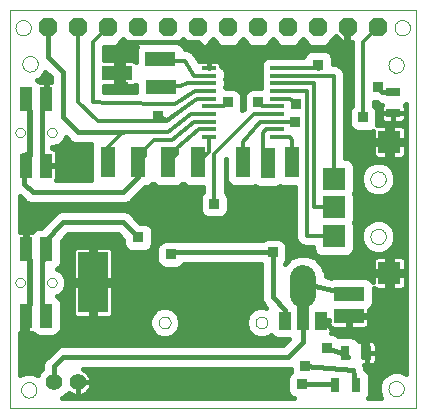
<source format=gbl>
G75*
G70*
%OFA0B0*%
%FSLAX24Y24*%
%IPPOS*%
%LPD*%
%AMOC8*
5,1,8,0,0,1.08239X$1,22.5*
%
%ADD10C,0.0000*%
%ADD11OC8,0.0630*%
%ADD12R,0.0315X0.0472*%
%ADD13R,0.0472X0.0118*%
%ADD14R,0.1000X0.0500*%
%ADD15R,0.0748X0.0748*%
%ADD16R,0.0500X0.1000*%
%ADD17R,0.1000X0.2000*%
%ADD18R,0.0394X0.0787*%
%ADD19C,0.0100*%
%ADD20R,0.0394X0.0591*%
%ADD21C,0.0866*%
%ADD22R,0.0472X0.0315*%
%ADD23C,0.0560*%
%ADD24R,0.0317X0.0317*%
%ADD25C,0.0160*%
%ADD26C,0.0120*%
%ADD27R,0.0356X0.0356*%
D10*
X000174Y000263D02*
X000174Y013537D01*
X013690Y013537D01*
X013690Y000263D01*
X000174Y000263D01*
X000540Y000869D02*
X000542Y000900D01*
X000548Y000931D01*
X000557Y000961D01*
X000570Y000990D01*
X000587Y001017D01*
X000607Y001041D01*
X000629Y001063D01*
X000655Y001082D01*
X000682Y001098D01*
X000711Y001110D01*
X000741Y001119D01*
X000772Y001124D01*
X000804Y001125D01*
X000835Y001122D01*
X000866Y001115D01*
X000896Y001105D01*
X000924Y001091D01*
X000950Y001073D01*
X000974Y001053D01*
X000995Y001029D01*
X001014Y001004D01*
X001029Y000976D01*
X001040Y000947D01*
X001048Y000916D01*
X001052Y000885D01*
X001052Y000853D01*
X001048Y000822D01*
X001040Y000791D01*
X001029Y000762D01*
X001014Y000734D01*
X000995Y000709D01*
X000974Y000685D01*
X000950Y000665D01*
X000924Y000647D01*
X000896Y000633D01*
X000866Y000623D01*
X000835Y000616D01*
X000804Y000613D01*
X000772Y000614D01*
X000741Y000619D01*
X000711Y000628D01*
X000682Y000640D01*
X000655Y000656D01*
X000629Y000675D01*
X000607Y000697D01*
X000587Y000721D01*
X000570Y000748D01*
X000557Y000777D01*
X000548Y000807D01*
X000542Y000838D01*
X000540Y000869D01*
X000348Y004448D02*
X000350Y004473D01*
X000356Y004497D01*
X000365Y004519D01*
X000378Y004540D01*
X000394Y004559D01*
X000413Y004575D01*
X000434Y004588D01*
X000456Y004597D01*
X000480Y004603D01*
X000505Y004605D01*
X000530Y004603D01*
X000554Y004597D01*
X000576Y004588D01*
X000597Y004575D01*
X000616Y004559D01*
X000632Y004540D01*
X000645Y004519D01*
X000654Y004497D01*
X000660Y004473D01*
X000662Y004448D01*
X000660Y004423D01*
X000654Y004399D01*
X000645Y004377D01*
X000632Y004356D01*
X000616Y004337D01*
X000597Y004321D01*
X000576Y004308D01*
X000554Y004299D01*
X000530Y004293D01*
X000505Y004291D01*
X000480Y004293D01*
X000456Y004299D01*
X000434Y004308D01*
X000413Y004321D01*
X000394Y004337D01*
X000378Y004356D01*
X000365Y004377D01*
X000356Y004399D01*
X000350Y004423D01*
X000348Y004448D01*
X001411Y004448D02*
X001413Y004473D01*
X001419Y004497D01*
X001428Y004519D01*
X001441Y004540D01*
X001457Y004559D01*
X001476Y004575D01*
X001497Y004588D01*
X001519Y004597D01*
X001543Y004603D01*
X001568Y004605D01*
X001593Y004603D01*
X001617Y004597D01*
X001639Y004588D01*
X001660Y004575D01*
X001679Y004559D01*
X001695Y004540D01*
X001708Y004519D01*
X001717Y004497D01*
X001723Y004473D01*
X001725Y004448D01*
X001723Y004423D01*
X001717Y004399D01*
X001708Y004377D01*
X001695Y004356D01*
X001679Y004337D01*
X001660Y004321D01*
X001639Y004308D01*
X001617Y004299D01*
X001593Y004293D01*
X001568Y004291D01*
X001543Y004293D01*
X001519Y004299D01*
X001497Y004308D01*
X001476Y004321D01*
X001457Y004337D01*
X001441Y004356D01*
X001428Y004377D01*
X001419Y004399D01*
X001413Y004423D01*
X001411Y004448D01*
X005127Y003113D02*
X005129Y003140D01*
X005135Y003167D01*
X005144Y003193D01*
X005157Y003217D01*
X005173Y003240D01*
X005192Y003259D01*
X005214Y003276D01*
X005238Y003290D01*
X005263Y003300D01*
X005290Y003307D01*
X005317Y003310D01*
X005345Y003309D01*
X005372Y003304D01*
X005398Y003296D01*
X005422Y003284D01*
X005445Y003268D01*
X005466Y003250D01*
X005483Y003229D01*
X005498Y003205D01*
X005509Y003180D01*
X005517Y003154D01*
X005521Y003127D01*
X005521Y003099D01*
X005517Y003072D01*
X005509Y003046D01*
X005498Y003021D01*
X005483Y002997D01*
X005466Y002976D01*
X005445Y002958D01*
X005423Y002942D01*
X005398Y002930D01*
X005372Y002922D01*
X005345Y002917D01*
X005317Y002916D01*
X005290Y002919D01*
X005263Y002926D01*
X005238Y002936D01*
X005214Y002950D01*
X005192Y002967D01*
X005173Y002986D01*
X005157Y003009D01*
X005144Y003033D01*
X005135Y003059D01*
X005129Y003086D01*
X005127Y003113D01*
X008355Y003113D02*
X008357Y003140D01*
X008363Y003167D01*
X008372Y003193D01*
X008385Y003217D01*
X008401Y003240D01*
X008420Y003259D01*
X008442Y003276D01*
X008466Y003290D01*
X008491Y003300D01*
X008518Y003307D01*
X008545Y003310D01*
X008573Y003309D01*
X008600Y003304D01*
X008626Y003296D01*
X008650Y003284D01*
X008673Y003268D01*
X008694Y003250D01*
X008711Y003229D01*
X008726Y003205D01*
X008737Y003180D01*
X008745Y003154D01*
X008749Y003127D01*
X008749Y003099D01*
X008745Y003072D01*
X008737Y003046D01*
X008726Y003021D01*
X008711Y002997D01*
X008694Y002976D01*
X008673Y002958D01*
X008651Y002942D01*
X008626Y002930D01*
X008600Y002922D01*
X008573Y002917D01*
X008545Y002916D01*
X008518Y002919D01*
X008491Y002926D01*
X008466Y002936D01*
X008442Y002950D01*
X008420Y002967D01*
X008401Y002986D01*
X008385Y003009D01*
X008372Y003033D01*
X008363Y003059D01*
X008357Y003086D01*
X008355Y003113D01*
X012182Y005983D02*
X012184Y006014D01*
X012190Y006045D01*
X012199Y006075D01*
X012212Y006104D01*
X012229Y006131D01*
X012249Y006155D01*
X012271Y006177D01*
X012297Y006196D01*
X012324Y006212D01*
X012353Y006224D01*
X012383Y006233D01*
X012414Y006238D01*
X012446Y006239D01*
X012477Y006236D01*
X012508Y006229D01*
X012538Y006219D01*
X012566Y006205D01*
X012592Y006187D01*
X012616Y006167D01*
X012637Y006143D01*
X012656Y006118D01*
X012671Y006090D01*
X012682Y006061D01*
X012690Y006030D01*
X012694Y005999D01*
X012694Y005967D01*
X012690Y005936D01*
X012682Y005905D01*
X012671Y005876D01*
X012656Y005848D01*
X012637Y005823D01*
X012616Y005799D01*
X012592Y005779D01*
X012566Y005761D01*
X012538Y005747D01*
X012508Y005737D01*
X012477Y005730D01*
X012446Y005727D01*
X012414Y005728D01*
X012383Y005733D01*
X012353Y005742D01*
X012324Y005754D01*
X012297Y005770D01*
X012271Y005789D01*
X012249Y005811D01*
X012229Y005835D01*
X012212Y005862D01*
X012199Y005891D01*
X012190Y005921D01*
X012184Y005952D01*
X012182Y005983D01*
X012182Y007893D02*
X012184Y007924D01*
X012190Y007955D01*
X012199Y007985D01*
X012212Y008014D01*
X012229Y008041D01*
X012249Y008065D01*
X012271Y008087D01*
X012297Y008106D01*
X012324Y008122D01*
X012353Y008134D01*
X012383Y008143D01*
X012414Y008148D01*
X012446Y008149D01*
X012477Y008146D01*
X012508Y008139D01*
X012538Y008129D01*
X012566Y008115D01*
X012592Y008097D01*
X012616Y008077D01*
X012637Y008053D01*
X012656Y008028D01*
X012671Y008000D01*
X012682Y007971D01*
X012690Y007940D01*
X012694Y007909D01*
X012694Y007877D01*
X012690Y007846D01*
X012682Y007815D01*
X012671Y007786D01*
X012656Y007758D01*
X012637Y007733D01*
X012616Y007709D01*
X012592Y007689D01*
X012566Y007671D01*
X012538Y007657D01*
X012508Y007647D01*
X012477Y007640D01*
X012446Y007637D01*
X012414Y007638D01*
X012383Y007643D01*
X012353Y007652D01*
X012324Y007664D01*
X012297Y007680D01*
X012271Y007699D01*
X012249Y007721D01*
X012229Y007745D01*
X012212Y007772D01*
X012199Y007801D01*
X012190Y007831D01*
X012184Y007862D01*
X012182Y007893D01*
X012784Y011696D02*
X012786Y011727D01*
X012792Y011758D01*
X012801Y011788D01*
X012814Y011817D01*
X012831Y011844D01*
X012851Y011868D01*
X012873Y011890D01*
X012899Y011909D01*
X012926Y011925D01*
X012955Y011937D01*
X012985Y011946D01*
X013016Y011951D01*
X013048Y011952D01*
X013079Y011949D01*
X013110Y011942D01*
X013140Y011932D01*
X013168Y011918D01*
X013194Y011900D01*
X013218Y011880D01*
X013239Y011856D01*
X013258Y011831D01*
X013273Y011803D01*
X013284Y011774D01*
X013292Y011743D01*
X013296Y011712D01*
X013296Y011680D01*
X013292Y011649D01*
X013284Y011618D01*
X013273Y011589D01*
X013258Y011561D01*
X013239Y011536D01*
X013218Y011512D01*
X013194Y011492D01*
X013168Y011474D01*
X013140Y011460D01*
X013110Y011450D01*
X013079Y011443D01*
X013048Y011440D01*
X013016Y011441D01*
X012985Y011446D01*
X012955Y011455D01*
X012926Y011467D01*
X012899Y011483D01*
X012873Y011502D01*
X012851Y011524D01*
X012831Y011548D01*
X012814Y011575D01*
X012801Y011604D01*
X012792Y011634D01*
X012786Y011665D01*
X012784Y011696D01*
X012989Y012940D02*
X012991Y012971D01*
X012997Y013002D01*
X013006Y013032D01*
X013019Y013061D01*
X013036Y013088D01*
X013056Y013112D01*
X013078Y013134D01*
X013104Y013153D01*
X013131Y013169D01*
X013160Y013181D01*
X013190Y013190D01*
X013221Y013195D01*
X013253Y013196D01*
X013284Y013193D01*
X013315Y013186D01*
X013345Y013176D01*
X013373Y013162D01*
X013399Y013144D01*
X013423Y013124D01*
X013444Y013100D01*
X013463Y013075D01*
X013478Y013047D01*
X013489Y013018D01*
X013497Y012987D01*
X013501Y012956D01*
X013501Y012924D01*
X013497Y012893D01*
X013489Y012862D01*
X013478Y012833D01*
X013463Y012805D01*
X013444Y012780D01*
X013423Y012756D01*
X013399Y012736D01*
X013373Y012718D01*
X013345Y012704D01*
X013315Y012694D01*
X013284Y012687D01*
X013253Y012684D01*
X013221Y012685D01*
X013190Y012690D01*
X013160Y012699D01*
X013131Y012711D01*
X013104Y012727D01*
X013078Y012746D01*
X013056Y012768D01*
X013036Y012792D01*
X013019Y012819D01*
X013006Y012848D01*
X012997Y012878D01*
X012991Y012909D01*
X012989Y012940D01*
X001411Y009448D02*
X001413Y009473D01*
X001419Y009497D01*
X001428Y009519D01*
X001441Y009540D01*
X001457Y009559D01*
X001476Y009575D01*
X001497Y009588D01*
X001519Y009597D01*
X001543Y009603D01*
X001568Y009605D01*
X001593Y009603D01*
X001617Y009597D01*
X001639Y009588D01*
X001660Y009575D01*
X001679Y009559D01*
X001695Y009540D01*
X001708Y009519D01*
X001717Y009497D01*
X001723Y009473D01*
X001725Y009448D01*
X001723Y009423D01*
X001717Y009399D01*
X001708Y009377D01*
X001695Y009356D01*
X001679Y009337D01*
X001660Y009321D01*
X001639Y009308D01*
X001617Y009299D01*
X001593Y009293D01*
X001568Y009291D01*
X001543Y009293D01*
X001519Y009299D01*
X001497Y009308D01*
X001476Y009321D01*
X001457Y009337D01*
X001441Y009356D01*
X001428Y009377D01*
X001419Y009399D01*
X001413Y009423D01*
X001411Y009448D01*
X000348Y009448D02*
X000350Y009473D01*
X000356Y009497D01*
X000365Y009519D01*
X000378Y009540D01*
X000394Y009559D01*
X000413Y009575D01*
X000434Y009588D01*
X000456Y009597D01*
X000480Y009603D01*
X000505Y009605D01*
X000530Y009603D01*
X000554Y009597D01*
X000576Y009588D01*
X000597Y009575D01*
X000616Y009559D01*
X000632Y009540D01*
X000645Y009519D01*
X000654Y009497D01*
X000660Y009473D01*
X000662Y009448D01*
X000660Y009423D01*
X000654Y009399D01*
X000645Y009377D01*
X000632Y009356D01*
X000616Y009337D01*
X000597Y009321D01*
X000576Y009308D01*
X000554Y009299D01*
X000530Y009293D01*
X000505Y009291D01*
X000480Y009293D01*
X000456Y009299D01*
X000434Y009308D01*
X000413Y009321D01*
X000394Y009337D01*
X000378Y009356D01*
X000365Y009377D01*
X000356Y009399D01*
X000350Y009423D01*
X000348Y009448D01*
X000580Y011735D02*
X000582Y011766D01*
X000588Y011797D01*
X000597Y011827D01*
X000610Y011856D01*
X000627Y011883D01*
X000647Y011907D01*
X000669Y011929D01*
X000695Y011948D01*
X000722Y011964D01*
X000751Y011976D01*
X000781Y011985D01*
X000812Y011990D01*
X000844Y011991D01*
X000875Y011988D01*
X000906Y011981D01*
X000936Y011971D01*
X000964Y011957D01*
X000990Y011939D01*
X001014Y011919D01*
X001035Y011895D01*
X001054Y011870D01*
X001069Y011842D01*
X001080Y011813D01*
X001088Y011782D01*
X001092Y011751D01*
X001092Y011719D01*
X001088Y011688D01*
X001080Y011657D01*
X001069Y011628D01*
X001054Y011600D01*
X001035Y011575D01*
X001014Y011551D01*
X000990Y011531D01*
X000964Y011513D01*
X000936Y011499D01*
X000906Y011489D01*
X000875Y011482D01*
X000844Y011479D01*
X000812Y011480D01*
X000781Y011485D01*
X000751Y011494D01*
X000722Y011506D01*
X000695Y011522D01*
X000669Y011541D01*
X000647Y011563D01*
X000627Y011587D01*
X000610Y011614D01*
X000597Y011643D01*
X000588Y011673D01*
X000582Y011704D01*
X000580Y011735D01*
X000351Y012940D02*
X000353Y012971D01*
X000359Y013002D01*
X000368Y013032D01*
X000381Y013061D01*
X000398Y013088D01*
X000418Y013112D01*
X000440Y013134D01*
X000466Y013153D01*
X000493Y013169D01*
X000522Y013181D01*
X000552Y013190D01*
X000583Y013195D01*
X000615Y013196D01*
X000646Y013193D01*
X000677Y013186D01*
X000707Y013176D01*
X000735Y013162D01*
X000761Y013144D01*
X000785Y013124D01*
X000806Y013100D01*
X000825Y013075D01*
X000840Y013047D01*
X000851Y013018D01*
X000859Y012987D01*
X000863Y012956D01*
X000863Y012924D01*
X000859Y012893D01*
X000851Y012862D01*
X000840Y012833D01*
X000825Y012805D01*
X000806Y012780D01*
X000785Y012756D01*
X000761Y012736D01*
X000735Y012718D01*
X000707Y012704D01*
X000677Y012694D01*
X000646Y012687D01*
X000615Y012684D01*
X000583Y012685D01*
X000552Y012690D01*
X000522Y012699D01*
X000493Y012711D01*
X000466Y012727D01*
X000440Y012746D01*
X000418Y012768D01*
X000398Y012792D01*
X000381Y012819D01*
X000368Y012848D01*
X000359Y012878D01*
X000353Y012909D01*
X000351Y012940D01*
X012784Y000909D02*
X012786Y000940D01*
X012792Y000971D01*
X012801Y001001D01*
X012814Y001030D01*
X012831Y001057D01*
X012851Y001081D01*
X012873Y001103D01*
X012899Y001122D01*
X012926Y001138D01*
X012955Y001150D01*
X012985Y001159D01*
X013016Y001164D01*
X013048Y001165D01*
X013079Y001162D01*
X013110Y001155D01*
X013140Y001145D01*
X013168Y001131D01*
X013194Y001113D01*
X013218Y001093D01*
X013239Y001069D01*
X013258Y001044D01*
X013273Y001016D01*
X013284Y000987D01*
X013292Y000956D01*
X013296Y000925D01*
X013296Y000893D01*
X013292Y000862D01*
X013284Y000831D01*
X013273Y000802D01*
X013258Y000774D01*
X013239Y000749D01*
X013218Y000725D01*
X013194Y000705D01*
X013168Y000687D01*
X013140Y000673D01*
X013110Y000663D01*
X013079Y000656D01*
X013048Y000653D01*
X013016Y000654D01*
X012985Y000659D01*
X012955Y000668D01*
X012926Y000680D01*
X012899Y000696D01*
X012873Y000715D01*
X012851Y000737D01*
X012831Y000761D01*
X012814Y000788D01*
X012801Y000817D01*
X012792Y000847D01*
X012786Y000878D01*
X012784Y000909D01*
D11*
X012438Y012948D03*
X011438Y012948D03*
X010438Y012948D03*
X009438Y012948D03*
X008438Y012948D03*
X007438Y012948D03*
X006438Y012948D03*
X005438Y012948D03*
X004438Y012948D03*
X003438Y012948D03*
X002438Y012948D03*
X001438Y012948D03*
D12*
X011351Y002106D03*
X012060Y002106D03*
X011700Y001027D03*
X010991Y001027D03*
D13*
X009080Y009296D03*
X009080Y009552D03*
X009080Y009808D03*
X009080Y010064D03*
X009080Y010320D03*
X009080Y010576D03*
X009080Y010832D03*
X009080Y011088D03*
X009080Y011344D03*
X009080Y011600D03*
X006796Y011600D03*
X006796Y011344D03*
X006796Y011088D03*
X006796Y010832D03*
X006796Y010576D03*
X006796Y010320D03*
X006796Y010064D03*
X006796Y009808D03*
X006796Y009552D03*
X006796Y009296D03*
D14*
X005186Y010956D03*
X005182Y011889D03*
X003741Y011420D03*
X011477Y004054D03*
X011470Y003334D03*
D15*
X012812Y004763D03*
X010962Y005983D03*
X010962Y006948D03*
X010962Y007913D03*
X012812Y009133D03*
D16*
X009556Y008448D03*
X008769Y008432D03*
X007938Y008448D03*
X006438Y008448D03*
X005438Y008448D03*
X004438Y008448D03*
X003438Y008448D03*
D17*
X002938Y004448D03*
D18*
X001371Y003346D03*
X000702Y003346D03*
X000702Y005550D03*
X001371Y005550D03*
X001371Y008346D03*
X000702Y008346D03*
X000702Y010550D03*
X001371Y010550D03*
X009938Y003268D03*
D19*
X001214Y003700D02*
X001214Y005235D01*
X000859Y005235D02*
X000859Y003700D01*
X000859Y008661D02*
X000859Y010196D01*
X001214Y010196D02*
X001214Y008661D01*
D20*
X009348Y003168D03*
X010528Y003168D03*
D21*
X009938Y004023D02*
X009938Y004613D01*
D22*
X012938Y010094D03*
X012938Y010802D03*
D23*
X002430Y001125D03*
X001643Y001125D03*
D24*
X002162Y002487D03*
X005529Y005381D03*
X006977Y007070D03*
X008938Y005448D03*
X007438Y003448D03*
X006662Y000987D03*
X009887Y001050D03*
X010017Y001680D03*
X010725Y002271D03*
X013044Y001869D03*
X012938Y006948D03*
X011938Y009948D03*
X009702Y010381D03*
X009662Y009791D03*
X008438Y010448D03*
X007438Y010448D03*
X005096Y009987D03*
X003938Y010948D03*
X002662Y008487D03*
X000922Y006672D03*
D25*
X001698Y006948D01*
X001711Y006787D02*
X001599Y006675D01*
X001188Y006264D01*
X001111Y006264D01*
X000993Y006215D01*
X000903Y006125D01*
X000902Y006124D01*
X000720Y006124D01*
X000720Y005578D01*
X000697Y005569D01*
X000683Y005569D01*
X000683Y006124D01*
X000494Y006124D01*
X000494Y007330D01*
X000603Y007221D01*
X000715Y007109D01*
X000862Y007048D01*
X004018Y007048D01*
X004165Y007109D01*
X004277Y007221D01*
X004684Y007628D01*
X004752Y007628D01*
X004869Y007677D01*
X004938Y007745D01*
X005007Y007677D01*
X005124Y007628D01*
X005752Y007628D01*
X005869Y007677D01*
X005938Y007745D01*
X006007Y007677D01*
X006124Y007628D01*
X006597Y007628D01*
X006597Y007459D01*
X006548Y007410D01*
X006499Y007292D01*
X006499Y006848D01*
X006548Y006730D01*
X006638Y006640D01*
X006755Y006592D01*
X007200Y006592D01*
X007317Y006640D01*
X007407Y006730D01*
X007456Y006848D01*
X007456Y007292D01*
X007407Y007410D01*
X007357Y007459D01*
X007357Y008566D01*
X007368Y008577D01*
X007368Y007884D01*
X007417Y007767D01*
X007507Y007677D01*
X007624Y007628D01*
X008252Y007628D01*
X008336Y007663D01*
X008338Y007661D01*
X008455Y007612D01*
X009082Y007612D01*
X009181Y007653D01*
X009243Y007628D01*
X009676Y007628D01*
X009676Y005935D01*
X009734Y005796D01*
X009841Y005689D01*
X009981Y005631D01*
X010268Y005631D01*
X010268Y005546D01*
X010316Y005428D01*
X010406Y005338D01*
X010524Y005289D01*
X011399Y005289D01*
X011517Y005338D01*
X011607Y005428D01*
X011656Y005546D01*
X011656Y006421D01*
X011637Y006466D01*
X011656Y006510D01*
X011656Y007386D01*
X011637Y007430D01*
X011656Y007475D01*
X011656Y008350D01*
X011607Y008468D01*
X011517Y008558D01*
X011399Y008607D01*
X011342Y008607D01*
X011342Y011419D01*
X011284Y011559D01*
X011177Y011666D01*
X011037Y011724D01*
X010936Y011724D01*
X010936Y011954D01*
X010887Y012071D01*
X010797Y012161D01*
X010680Y012210D01*
X010196Y012210D01*
X010079Y012161D01*
X009989Y012071D01*
X009951Y011980D01*
X009004Y011980D01*
X009002Y011979D01*
X008780Y011979D01*
X008662Y011930D01*
X008572Y011840D01*
X008524Y011722D01*
X008524Y011477D01*
X008526Y011472D01*
X008524Y011466D01*
X008524Y011221D01*
X008526Y011216D01*
X008524Y011211D01*
X008524Y010965D01*
X008526Y010960D01*
X008524Y010955D01*
X008524Y010926D01*
X008216Y010926D01*
X008098Y010878D01*
X008008Y010788D01*
X007960Y010670D01*
X007960Y010243D01*
X007898Y010182D01*
X007916Y010226D01*
X007916Y010670D01*
X007868Y010788D01*
X007778Y010878D01*
X007660Y010926D01*
X007353Y010926D01*
X007353Y010955D01*
X007350Y010960D01*
X007353Y010965D01*
X007353Y011211D01*
X007350Y011216D01*
X007353Y011221D01*
X007353Y011466D01*
X007304Y011584D01*
X007214Y011674D01*
X007213Y011675D01*
X007213Y011682D01*
X007200Y011728D01*
X007177Y011769D01*
X007143Y011803D01*
X007102Y011826D01*
X007056Y011839D01*
X006796Y011839D01*
X006536Y011839D01*
X006491Y011826D01*
X006475Y011818D01*
X006357Y012014D01*
X006339Y012057D01*
X006318Y012078D01*
X006303Y012103D01*
X006265Y012131D01*
X006232Y012164D01*
X006205Y012175D01*
X006181Y012193D01*
X006136Y012204D01*
X006092Y012222D01*
X006063Y012222D01*
X006034Y012229D01*
X005994Y012223D01*
X005953Y012320D01*
X005863Y012410D01*
X005817Y012429D01*
X005938Y012550D01*
X006175Y012313D01*
X006701Y012313D01*
X006938Y012550D01*
X007175Y012313D01*
X007701Y012313D01*
X007938Y012550D01*
X008175Y012313D01*
X008701Y012313D01*
X008938Y012550D01*
X009175Y012313D01*
X009701Y012313D01*
X009938Y012550D01*
X010175Y012313D01*
X010701Y012313D01*
X011037Y012649D01*
X011233Y012453D01*
X011428Y012453D01*
X011428Y012938D01*
X011448Y012938D01*
X011448Y012453D01*
X011558Y012453D01*
X011558Y010337D01*
X011508Y010288D01*
X011460Y010170D01*
X011460Y009726D01*
X011508Y009608D01*
X011598Y009518D01*
X011716Y009470D01*
X012160Y009470D01*
X012258Y009510D01*
X012258Y009213D01*
X012732Y009213D01*
X012732Y009053D01*
X012258Y009053D01*
X012258Y008735D01*
X012270Y008690D01*
X012294Y008649D01*
X012328Y008615D01*
X012369Y008591D01*
X012414Y008579D01*
X012732Y008579D01*
X012732Y009053D01*
X012892Y009053D01*
X012892Y008579D01*
X013210Y008579D01*
X013256Y008591D01*
X013297Y008615D01*
X013330Y008649D01*
X013354Y008690D01*
X013366Y008735D01*
X013366Y009053D01*
X012892Y009053D01*
X012892Y009213D01*
X012732Y009213D01*
X012732Y009687D01*
X012414Y009687D01*
X012399Y009683D01*
X012416Y009726D01*
X012416Y010170D01*
X012368Y010288D01*
X012318Y010337D01*
X012318Y010450D01*
X012389Y010450D01*
X012483Y010411D01*
X012521Y010374D01*
X012556Y010359D01*
X012534Y010321D01*
X012522Y010275D01*
X012522Y010094D01*
X012938Y010094D01*
X012938Y010094D01*
X013354Y010094D01*
X013354Y010275D01*
X013342Y010321D01*
X013320Y010359D01*
X013356Y010374D01*
X013370Y010388D01*
X013370Y001394D01*
X013367Y001397D01*
X013155Y001485D01*
X012926Y001485D01*
X012714Y001397D01*
X012552Y001235D01*
X012465Y001023D01*
X012465Y000794D01*
X012552Y000583D01*
X012102Y000583D01*
X012129Y000609D01*
X012177Y000727D01*
X012177Y001327D01*
X012129Y001444D01*
X012039Y001534D01*
X012002Y001549D01*
X012003Y001562D01*
X011986Y001621D01*
X011973Y001682D01*
X011968Y001689D01*
X012060Y001689D01*
X012060Y002105D01*
X012060Y002105D01*
X012060Y001689D01*
X012241Y001689D01*
X012287Y001702D01*
X012328Y001725D01*
X012362Y001759D01*
X012385Y001800D01*
X012398Y001846D01*
X012398Y002106D01*
X012398Y002365D01*
X012385Y002411D01*
X012362Y002452D01*
X012328Y002486D01*
X012287Y002509D01*
X012241Y002522D01*
X012060Y002522D01*
X011879Y002522D01*
X011833Y002509D01*
X011795Y002487D01*
X011780Y002523D01*
X011690Y002613D01*
X011573Y002662D01*
X011130Y002662D01*
X011112Y002654D01*
X011065Y002701D01*
X010948Y002749D01*
X010856Y002749D01*
X010869Y002762D01*
X010893Y002803D01*
X010905Y002849D01*
X010905Y002915D01*
X010946Y002904D01*
X011425Y002904D01*
X011425Y003289D01*
X011515Y003289D01*
X011515Y003379D01*
X012150Y003379D01*
X012150Y003529D01*
X012159Y003533D01*
X012249Y003623D01*
X012297Y003741D01*
X012297Y004275D01*
X012328Y004245D01*
X012369Y004221D01*
X012414Y004209D01*
X012732Y004209D01*
X012732Y004683D01*
X012258Y004683D01*
X012258Y004463D01*
X012249Y004486D01*
X012159Y004576D01*
X012041Y004624D01*
X010914Y004624D01*
X010871Y004607D01*
X010691Y004649D01*
X010691Y004763D01*
X010576Y005040D01*
X010365Y005252D01*
X010088Y005366D01*
X009788Y005366D01*
X009511Y005252D01*
X009338Y005078D01*
X009338Y005079D01*
X009368Y005108D01*
X009416Y005226D01*
X009416Y005670D01*
X009368Y005788D01*
X009278Y005878D01*
X009160Y005926D01*
X008716Y005926D01*
X008598Y005878D01*
X008569Y005848D01*
X005778Y005848D01*
X005751Y005860D01*
X005307Y005860D01*
X005189Y005811D01*
X005099Y005721D01*
X005050Y005603D01*
X005050Y005159D01*
X005099Y005041D01*
X005189Y004951D01*
X005307Y004903D01*
X005751Y004903D01*
X005868Y004951D01*
X005958Y005041D01*
X005961Y005048D01*
X008538Y005048D01*
X008538Y003868D01*
X008599Y003721D01*
X008711Y003609D01*
X008715Y003605D01*
X008655Y003630D01*
X008449Y003630D01*
X008259Y003552D01*
X008114Y003406D01*
X008035Y003216D01*
X008035Y003011D01*
X008114Y002821D01*
X008259Y002675D01*
X008449Y002597D01*
X008655Y002597D01*
X008845Y002675D01*
X008874Y002705D01*
X008880Y002692D01*
X008970Y002602D01*
X009087Y002553D01*
X009477Y002553D01*
X009272Y002348D01*
X001859Y002348D01*
X001711Y002287D01*
X001599Y002175D01*
X001304Y001879D01*
X001243Y001732D01*
X001243Y001574D01*
X001134Y001465D01*
X001094Y001369D01*
X000911Y001445D01*
X000682Y001445D01*
X000494Y001368D01*
X000494Y002772D01*
X000683Y002772D01*
X000683Y003327D01*
X000720Y003327D01*
X000720Y002772D01*
X000902Y002772D01*
X000903Y002771D01*
X000993Y002681D01*
X001111Y002632D01*
X001632Y002632D01*
X001749Y002681D01*
X001839Y002771D01*
X001888Y002888D01*
X001888Y003803D01*
X001839Y003921D01*
X001752Y004008D01*
X001838Y004043D01*
X001973Y004178D01*
X002045Y004353D01*
X002045Y004543D01*
X001973Y004719D01*
X001838Y004853D01*
X001752Y004888D01*
X001839Y004975D01*
X001888Y005093D01*
X001888Y005832D01*
X002104Y006048D01*
X003772Y006048D01*
X003940Y005880D01*
X003940Y005706D01*
X003989Y005589D01*
X004079Y005499D01*
X004196Y005450D01*
X004680Y005450D01*
X004797Y005499D01*
X004887Y005589D01*
X004936Y005706D01*
X004936Y006190D01*
X004887Y006307D01*
X004797Y006397D01*
X004680Y006446D01*
X004506Y006446D01*
X004165Y006787D01*
X004018Y006848D01*
X001859Y006848D01*
X001711Y006787D01*
X001688Y006764D02*
X000494Y006764D01*
X000494Y006922D02*
X006499Y006922D01*
X006499Y007081D02*
X004096Y007081D01*
X004295Y007239D02*
X006499Y007239D01*
X006543Y007398D02*
X004453Y007398D01*
X004612Y007556D02*
X006597Y007556D01*
X005969Y007715D02*
X005907Y007715D01*
X004969Y007715D02*
X004907Y007715D01*
X004438Y007948D02*
X003938Y007448D01*
X000942Y007448D01*
X000647Y007743D01*
X000647Y008255D01*
X000607Y008294D01*
X000607Y008448D01*
X000584Y008424D01*
X000702Y008346D01*
X000607Y008448D02*
X000607Y008688D01*
X000804Y008767D01*
X000804Y010133D01*
X000702Y010550D01*
X001253Y010357D02*
X001237Y010184D01*
X001237Y008806D01*
X001277Y008413D01*
X001395Y008373D01*
X001277Y008334D01*
X001324Y008334D01*
X001438Y008448D01*
X001440Y008364D02*
X001748Y008364D01*
X001748Y008763D01*
X001736Y008809D01*
X001712Y008850D01*
X001679Y008883D01*
X001637Y008907D01*
X001592Y008919D01*
X001584Y008919D01*
X001584Y008971D01*
X001663Y008971D01*
X001838Y009043D01*
X001973Y009178D01*
X002023Y009298D01*
X002211Y009109D01*
X002359Y009048D01*
X002883Y009048D01*
X002868Y009012D01*
X002868Y007884D01*
X002883Y007848D01*
X001716Y007848D01*
X001736Y007882D01*
X001748Y007928D01*
X001748Y008327D01*
X001390Y008327D01*
X001390Y008333D01*
X001423Y008347D01*
X001440Y008364D01*
X001425Y008349D02*
X002868Y008349D01*
X002868Y008507D02*
X001748Y008507D01*
X001748Y008666D02*
X002868Y008666D01*
X002868Y008824D02*
X001727Y008824D01*
X001692Y008983D02*
X002868Y008983D01*
X002438Y009448D02*
X001938Y009948D01*
X001938Y011448D01*
X001438Y011948D01*
X001438Y012948D01*
X001349Y011471D02*
X001538Y011282D01*
X001538Y011124D01*
X001390Y011124D01*
X001390Y010569D01*
X001353Y010569D01*
X001353Y011124D01*
X001171Y011124D01*
X001170Y011125D01*
X001081Y011214D01*
X001162Y011247D01*
X001324Y011409D01*
X001349Y011471D01*
X001275Y011360D02*
X001460Y011360D01*
X001538Y011202D02*
X001094Y011202D01*
X001353Y011043D02*
X001390Y011043D01*
X001390Y010885D02*
X001353Y010885D01*
X001353Y010726D02*
X001390Y010726D01*
X001371Y010550D02*
X001253Y010357D01*
X001936Y009141D02*
X002179Y009141D01*
X002438Y009448D02*
X003938Y009448D01*
X004438Y008448D02*
X004438Y007948D01*
X004188Y006764D02*
X006534Y006764D01*
X006723Y006605D02*
X004347Y006605D01*
X004505Y006447D02*
X009676Y006447D01*
X009676Y006605D02*
X007232Y006605D01*
X007421Y006764D02*
X009676Y006764D01*
X009676Y006922D02*
X007456Y006922D01*
X007456Y007081D02*
X009676Y007081D01*
X009676Y007239D02*
X007456Y007239D01*
X007412Y007398D02*
X009676Y007398D01*
X009676Y007556D02*
X007357Y007556D01*
X007357Y007715D02*
X007469Y007715D01*
X007373Y007873D02*
X007357Y007873D01*
X007357Y008032D02*
X007368Y008032D01*
X007357Y008190D02*
X007368Y008190D01*
X007357Y008349D02*
X007368Y008349D01*
X007357Y008507D02*
X007368Y008507D01*
X007916Y010251D02*
X007960Y010251D01*
X007960Y010409D02*
X007916Y010409D01*
X007916Y010568D02*
X007960Y010568D01*
X007983Y010726D02*
X007893Y010726D01*
X007761Y010885D02*
X008115Y010885D01*
X008524Y011043D02*
X007353Y011043D01*
X007353Y011202D02*
X008524Y011202D01*
X008524Y011360D02*
X007353Y011360D01*
X007331Y011519D02*
X008524Y011519D01*
X008524Y011677D02*
X007213Y011677D01*
X007068Y011836D02*
X008571Y011836D01*
X008858Y012470D02*
X009019Y012470D01*
X009858Y012470D02*
X010019Y012470D01*
X010070Y012153D02*
X006243Y012153D01*
X006369Y011994D02*
X009957Y011994D01*
X010438Y011712D02*
X010438Y011600D01*
X010936Y011836D02*
X011558Y011836D01*
X011558Y011994D02*
X010919Y011994D01*
X010806Y012153D02*
X011558Y012153D01*
X011558Y012311D02*
X005957Y012311D01*
X006019Y012470D02*
X005858Y012470D01*
X006438Y012448D02*
X003938Y012448D01*
X003938Y010948D01*
X003786Y010990D02*
X004265Y010990D01*
X004311Y011003D01*
X004352Y011026D01*
X004366Y011041D01*
X004366Y010785D01*
X003529Y010800D01*
X003318Y010810D01*
X003318Y010990D01*
X003696Y010990D01*
X003696Y011375D01*
X003786Y011375D01*
X003786Y010990D01*
X003786Y011043D02*
X003696Y011043D01*
X003696Y011202D02*
X003786Y011202D01*
X003786Y011360D02*
X003696Y011360D01*
X003696Y011465D02*
X003696Y011850D01*
X003318Y011850D01*
X003318Y012291D01*
X003340Y012313D01*
X003701Y012313D01*
X003938Y012550D01*
X004175Y012313D01*
X004408Y012313D01*
X004362Y012203D01*
X004362Y011804D01*
X004352Y011815D01*
X004311Y011838D01*
X004265Y011850D01*
X003786Y011850D01*
X003786Y011465D01*
X003696Y011465D01*
X003696Y011519D02*
X003786Y011519D01*
X003786Y011677D02*
X003696Y011677D01*
X003696Y011836D02*
X003786Y011836D01*
X003318Y011994D02*
X004362Y011994D01*
X004362Y011836D02*
X004315Y011836D01*
X004362Y012153D02*
X003318Y012153D01*
X003338Y012311D02*
X004407Y012311D01*
X004019Y012470D02*
X003858Y012470D01*
X004366Y010885D02*
X003318Y010885D01*
X002438Y008448D02*
X002336Y008346D01*
X001371Y008346D01*
X001748Y008190D02*
X002868Y008190D01*
X002868Y008032D02*
X001748Y008032D01*
X001730Y007873D02*
X002873Y007873D01*
X001529Y006605D02*
X000494Y006605D01*
X000494Y006447D02*
X001371Y006447D01*
X001212Y006288D02*
X000494Y006288D01*
X000494Y006130D02*
X000907Y006130D01*
X000720Y005971D02*
X000683Y005971D01*
X000683Y005813D02*
X000720Y005813D01*
X000720Y005654D02*
X000683Y005654D01*
X000702Y005550D02*
X000623Y005365D01*
X000804Y005184D01*
X000804Y003527D01*
X000702Y003346D01*
X000568Y003291D01*
X000568Y002468D01*
X000588Y002448D01*
X000938Y002448D01*
X001438Y001948D01*
X002438Y002948D01*
X002938Y002448D01*
X002938Y004448D01*
X002858Y004386D02*
X002045Y004386D01*
X002045Y004545D02*
X002258Y004545D01*
X002258Y004528D02*
X002858Y004528D01*
X002858Y004368D01*
X002258Y004368D01*
X002258Y003424D01*
X002270Y003379D01*
X002294Y003338D01*
X002328Y003304D01*
X002369Y003280D01*
X002414Y003268D01*
X002858Y003268D01*
X002858Y004368D01*
X003018Y004368D01*
X003018Y003268D01*
X003462Y003268D01*
X003508Y003280D01*
X003549Y003304D01*
X003582Y003338D01*
X003606Y003379D01*
X003618Y003424D01*
X003618Y004368D01*
X003018Y004368D01*
X003018Y004528D01*
X002858Y004528D01*
X002858Y005628D01*
X002414Y005628D01*
X002369Y005616D01*
X002328Y005592D01*
X002294Y005559D01*
X002270Y005518D01*
X002258Y005472D01*
X002258Y004528D01*
X002258Y004703D02*
X001979Y004703D01*
X001817Y004862D02*
X002258Y004862D01*
X002258Y005020D02*
X001858Y005020D01*
X001888Y005179D02*
X002258Y005179D01*
X002258Y005337D02*
X001888Y005337D01*
X001888Y005496D02*
X002264Y005496D01*
X001888Y005654D02*
X003962Y005654D01*
X003940Y005813D02*
X001888Y005813D01*
X002027Y005971D02*
X003849Y005971D01*
X003549Y005592D02*
X003508Y005616D01*
X003462Y005628D01*
X003018Y005628D01*
X003018Y004528D01*
X003618Y004528D01*
X003618Y005472D01*
X003606Y005518D01*
X003582Y005559D01*
X003549Y005592D01*
X003612Y005496D02*
X004086Y005496D01*
X003618Y005337D02*
X005050Y005337D01*
X005050Y005496D02*
X004790Y005496D01*
X004915Y005654D02*
X005071Y005654D01*
X005193Y005813D02*
X004936Y005813D01*
X004936Y005971D02*
X009676Y005971D01*
X009676Y006130D02*
X004936Y006130D01*
X004895Y006288D02*
X009676Y006288D01*
X009727Y005813D02*
X009343Y005813D01*
X009416Y005654D02*
X009925Y005654D01*
X009717Y005337D02*
X009416Y005337D01*
X009416Y005496D02*
X010288Y005496D01*
X010409Y005337D02*
X010159Y005337D01*
X010438Y005179D02*
X012263Y005179D01*
X012258Y005161D02*
X012258Y004843D01*
X012732Y004843D01*
X012732Y004683D01*
X012892Y004683D01*
X012892Y004209D01*
X013210Y004209D01*
X013256Y004221D01*
X013297Y004245D01*
X013330Y004278D01*
X013354Y004319D01*
X013366Y004365D01*
X013366Y004683D01*
X012892Y004683D01*
X012892Y004843D01*
X012732Y004843D01*
X012732Y005317D01*
X012414Y005317D01*
X012369Y005305D01*
X012328Y005281D01*
X012294Y005248D01*
X012270Y005206D01*
X012258Y005161D01*
X012258Y005020D02*
X010585Y005020D01*
X010650Y004862D02*
X012258Y004862D01*
X012258Y004545D02*
X012190Y004545D01*
X012297Y004228D02*
X012358Y004228D01*
X012297Y004069D02*
X013370Y004069D01*
X013370Y003911D02*
X012297Y003911D01*
X012297Y003752D02*
X013370Y003752D01*
X013370Y003594D02*
X012219Y003594D01*
X012150Y003435D02*
X013370Y003435D01*
X013370Y003277D02*
X012150Y003277D01*
X012150Y003289D02*
X011515Y003289D01*
X011515Y002904D01*
X011993Y002904D01*
X012039Y002916D01*
X012080Y002940D01*
X012114Y002973D01*
X012137Y003014D01*
X012150Y003060D01*
X012150Y003289D01*
X012150Y003118D02*
X013370Y003118D01*
X013370Y002960D02*
X012100Y002960D01*
X012060Y002522D02*
X012060Y002106D01*
X012060Y002522D01*
X012060Y002484D02*
X012060Y002484D01*
X011938Y002448D02*
X011938Y001948D01*
X012060Y002009D02*
X012060Y002009D01*
X012060Y002106D02*
X012060Y002106D01*
X012060Y002106D01*
X012398Y002106D01*
X012060Y002106D01*
X012060Y002167D02*
X012060Y002167D01*
X012060Y002326D02*
X012060Y002326D01*
X011938Y002448D02*
X011477Y002751D01*
X010977Y002751D01*
X010718Y003168D01*
X010528Y003168D01*
X010547Y003150D02*
X010790Y003150D01*
X010790Y003187D01*
X010547Y003187D01*
X010547Y003150D01*
X010891Y002801D02*
X013370Y002801D01*
X013370Y002643D02*
X011619Y002643D01*
X011515Y002960D02*
X011425Y002960D01*
X011425Y003118D02*
X011515Y003118D01*
X011515Y003277D02*
X011425Y003277D01*
X011477Y004054D02*
X010348Y004318D01*
X009938Y004318D01*
X009938Y002448D01*
X009438Y001948D01*
X001938Y001948D01*
X001643Y001653D01*
X001643Y001125D01*
X001202Y001533D02*
X000494Y001533D01*
X000494Y001375D02*
X000511Y001375D01*
X000494Y001692D02*
X001243Y001692D01*
X001292Y001850D02*
X000494Y001850D01*
X000494Y002009D02*
X001433Y002009D01*
X001591Y002167D02*
X000494Y002167D01*
X000494Y002326D02*
X001804Y002326D01*
X001657Y002643D02*
X005110Y002643D01*
X005031Y002675D02*
X005221Y002597D01*
X005427Y002597D01*
X005617Y002675D01*
X005762Y002821D01*
X005841Y003011D01*
X005841Y003216D01*
X005762Y003406D01*
X005617Y003552D01*
X005427Y003630D01*
X005221Y003630D01*
X005031Y003552D01*
X004886Y003406D01*
X004807Y003216D01*
X004807Y003011D01*
X004886Y002821D01*
X005031Y002675D01*
X004905Y002801D02*
X001852Y002801D01*
X001888Y002960D02*
X004828Y002960D01*
X004807Y003118D02*
X001888Y003118D01*
X001888Y003277D02*
X002383Y003277D01*
X002258Y003435D02*
X001888Y003435D01*
X001888Y003594D02*
X002258Y003594D01*
X002258Y003752D02*
X001888Y003752D01*
X001843Y003911D02*
X002258Y003911D01*
X002258Y004069D02*
X001864Y004069D01*
X001993Y004228D02*
X002258Y004228D01*
X002858Y004228D02*
X003018Y004228D01*
X003018Y004386D02*
X008538Y004386D01*
X008538Y004228D02*
X003618Y004228D01*
X003618Y004069D02*
X008538Y004069D01*
X008538Y003911D02*
X003618Y003911D01*
X003618Y003752D02*
X008586Y003752D01*
X008361Y003594D02*
X005515Y003594D01*
X005733Y003435D02*
X008143Y003435D01*
X008060Y003277D02*
X005816Y003277D01*
X005841Y003118D02*
X008035Y003118D01*
X008057Y002960D02*
X005820Y002960D01*
X005742Y002801D02*
X008134Y002801D01*
X008338Y002643D02*
X005538Y002643D01*
X004832Y003277D02*
X003494Y003277D01*
X003618Y003435D02*
X004915Y003435D01*
X005132Y003594D02*
X003618Y003594D01*
X003018Y003594D02*
X002858Y003594D01*
X002858Y003752D02*
X003018Y003752D01*
X003018Y003911D02*
X002858Y003911D01*
X002858Y004069D02*
X003018Y004069D01*
X003018Y004545D02*
X002858Y004545D01*
X002858Y004703D02*
X003018Y004703D01*
X003018Y004862D02*
X002858Y004862D01*
X002858Y005020D02*
X003018Y005020D01*
X003018Y005179D02*
X002858Y005179D01*
X002858Y005337D02*
X003018Y005337D01*
X003018Y005496D02*
X002858Y005496D01*
X003618Y005179D02*
X005050Y005179D01*
X005120Y005020D02*
X003618Y005020D01*
X003618Y004862D02*
X008538Y004862D01*
X008538Y005020D02*
X005937Y005020D01*
X005529Y005381D02*
X005596Y005448D01*
X008938Y005448D01*
X008938Y003948D01*
X009348Y003538D01*
X009348Y003168D01*
X009438Y003168D01*
X008929Y002643D02*
X008766Y002643D01*
X009408Y002484D02*
X000494Y002484D01*
X000494Y002643D02*
X001085Y002643D01*
X000720Y002801D02*
X000683Y002801D01*
X000683Y002960D02*
X000720Y002960D01*
X000720Y003118D02*
X000683Y003118D01*
X000683Y003277D02*
X000720Y003277D01*
X001237Y003480D02*
X001371Y003346D01*
X001237Y003480D02*
X001237Y005224D01*
X001292Y005239D01*
X001371Y005550D01*
X001292Y005802D01*
X001938Y006448D01*
X003938Y006448D01*
X004438Y005948D01*
X003618Y004703D02*
X008538Y004703D01*
X008538Y004545D02*
X003618Y004545D01*
X003018Y003435D02*
X002858Y003435D01*
X002858Y003277D02*
X003018Y003277D01*
X002614Y001548D02*
X009518Y001548D01*
X009538Y001557D01*
X009538Y001471D01*
X009457Y001390D01*
X009408Y001272D01*
X009408Y000828D01*
X009457Y000711D01*
X009547Y000621D01*
X009638Y000583D01*
X001902Y000583D01*
X001983Y000617D01*
X002136Y000770D01*
X002189Y000732D01*
X002254Y000699D01*
X002322Y000677D01*
X002394Y000665D01*
X002430Y000665D01*
X002430Y001125D01*
X002430Y001125D01*
X002430Y000665D01*
X002466Y000665D01*
X002538Y000677D01*
X002607Y000699D01*
X002671Y000732D01*
X002730Y000774D01*
X002781Y000826D01*
X002824Y000884D01*
X002856Y000949D01*
X002879Y001017D01*
X002890Y001089D01*
X002890Y001125D01*
X002430Y001125D01*
X002430Y001125D01*
X002890Y001125D01*
X002890Y001161D01*
X002879Y001233D01*
X002856Y001302D01*
X002824Y001366D01*
X002781Y001425D01*
X002730Y001476D01*
X002671Y001519D01*
X002614Y001548D01*
X002643Y001533D02*
X009538Y001533D01*
X009451Y001375D02*
X002818Y001375D01*
X002882Y001216D02*
X009408Y001216D01*
X009408Y001058D02*
X002885Y001058D01*
X002831Y000899D02*
X009408Y000899D01*
X009445Y000741D02*
X002683Y000741D01*
X002430Y000741D02*
X002430Y000741D01*
X002430Y000899D02*
X002430Y000899D01*
X002430Y001058D02*
X002430Y001058D01*
X002177Y000741D02*
X002107Y000741D01*
X001097Y001375D02*
X001081Y001375D01*
X000784Y007081D02*
X000494Y007081D01*
X000603Y007221D02*
X000603Y007221D01*
X000585Y007239D02*
X000494Y007239D01*
X006465Y011836D02*
X006525Y011836D01*
X006796Y011836D02*
X006796Y011836D01*
X006796Y011839D02*
X006796Y011724D01*
X006796Y011724D01*
X006796Y011839D01*
X006796Y012003D02*
X006796Y011600D01*
X006796Y012090D01*
X006438Y012448D01*
X006858Y012470D02*
X007019Y012470D01*
X007064Y012271D02*
X011277Y012271D01*
X011355Y012350D01*
X011355Y012865D01*
X011438Y012948D01*
X011428Y012787D02*
X011448Y012787D01*
X011448Y012628D02*
X011428Y012628D01*
X011428Y012470D02*
X011448Y012470D01*
X011217Y012470D02*
X010858Y012470D01*
X011016Y012628D02*
X011058Y012628D01*
X011150Y011677D02*
X011558Y011677D01*
X011558Y011519D02*
X011301Y011519D01*
X011342Y011360D02*
X011558Y011360D01*
X011558Y011202D02*
X011342Y011202D01*
X011342Y011043D02*
X011558Y011043D01*
X011558Y010885D02*
X011342Y010885D01*
X011342Y010726D02*
X011558Y010726D01*
X011558Y010568D02*
X011342Y010568D01*
X011342Y010409D02*
X011558Y010409D01*
X011493Y010251D02*
X011342Y010251D01*
X011342Y010092D02*
X011460Y010092D01*
X011460Y009934D02*
X011342Y009934D01*
X011342Y009775D02*
X011460Y009775D01*
X011505Y009617D02*
X011342Y009617D01*
X011342Y009458D02*
X012258Y009458D01*
X012258Y009300D02*
X011342Y009300D01*
X011342Y009141D02*
X012732Y009141D01*
X012732Y009300D02*
X012892Y009300D01*
X012892Y009213D02*
X012892Y009687D01*
X013210Y009687D01*
X013256Y009675D01*
X013297Y009651D01*
X013330Y009618D01*
X013354Y009577D01*
X013366Y009531D01*
X013366Y009213D01*
X012892Y009213D01*
X012892Y009141D02*
X013370Y009141D01*
X013366Y009300D02*
X013370Y009300D01*
X013366Y009458D02*
X013370Y009458D01*
X013370Y009617D02*
X013331Y009617D01*
X013370Y009775D02*
X013255Y009775D01*
X013244Y009768D02*
X013285Y009792D01*
X013318Y009826D01*
X013342Y009867D01*
X013354Y009913D01*
X013354Y010094D01*
X012938Y010094D01*
X012938Y010094D01*
X012522Y010094D01*
X012522Y009913D01*
X012534Y009867D01*
X012558Y009826D01*
X012591Y009792D01*
X012632Y009768D01*
X012678Y009756D01*
X012938Y009756D01*
X012938Y010094D01*
X012938Y010094D01*
X012938Y009756D01*
X013198Y009756D01*
X013244Y009768D01*
X013354Y009934D02*
X013370Y009934D01*
X013354Y010092D02*
X013370Y010092D01*
X013354Y010251D02*
X013370Y010251D01*
X012938Y010092D02*
X012938Y010092D01*
X012938Y009934D02*
X012938Y009934D01*
X012938Y009775D02*
X012938Y009775D01*
X012892Y009617D02*
X012732Y009617D01*
X012732Y009458D02*
X012892Y009458D01*
X012621Y009775D02*
X012416Y009775D01*
X012416Y009934D02*
X012522Y009934D01*
X012522Y010092D02*
X012416Y010092D01*
X012383Y010251D02*
X012522Y010251D01*
X012485Y010409D02*
X012318Y010409D01*
X012584Y010802D02*
X012438Y010948D01*
X012584Y010802D02*
X012938Y010802D01*
X012892Y008983D02*
X012732Y008983D01*
X012732Y008824D02*
X012892Y008824D01*
X012892Y008666D02*
X012732Y008666D01*
X012553Y008469D02*
X012324Y008469D01*
X012112Y008381D01*
X011950Y008219D01*
X011862Y008007D01*
X011862Y007778D01*
X011950Y007567D01*
X012112Y007405D01*
X012324Y007317D01*
X012553Y007317D01*
X012764Y007405D01*
X012926Y007567D01*
X013014Y007778D01*
X013014Y008007D01*
X012926Y008219D01*
X012764Y008381D01*
X012553Y008469D01*
X012797Y008349D02*
X013370Y008349D01*
X013370Y008507D02*
X011568Y008507D01*
X011656Y008349D02*
X012079Y008349D01*
X011938Y008190D02*
X011656Y008190D01*
X011656Y008032D02*
X011872Y008032D01*
X011862Y007873D02*
X011656Y007873D01*
X011656Y007715D02*
X011889Y007715D01*
X011960Y007556D02*
X011656Y007556D01*
X011651Y007398D02*
X012129Y007398D01*
X011656Y007239D02*
X013370Y007239D01*
X013370Y007398D02*
X012747Y007398D01*
X012916Y007556D02*
X013370Y007556D01*
X013370Y007715D02*
X012988Y007715D01*
X013014Y007873D02*
X013370Y007873D01*
X013370Y008032D02*
X013004Y008032D01*
X012938Y008190D02*
X013370Y008190D01*
X013340Y008666D02*
X013370Y008666D01*
X013366Y008824D02*
X013370Y008824D01*
X013366Y008983D02*
X013370Y008983D01*
X012284Y008666D02*
X011342Y008666D01*
X011342Y008824D02*
X012258Y008824D01*
X012258Y008983D02*
X011342Y008983D01*
X011656Y007081D02*
X013370Y007081D01*
X013370Y006922D02*
X011656Y006922D01*
X011656Y006764D02*
X013370Y006764D01*
X013370Y006605D02*
X011656Y006605D01*
X011645Y006447D02*
X012087Y006447D01*
X012112Y006472D02*
X011950Y006310D01*
X011862Y006098D01*
X011862Y005869D01*
X011950Y005657D01*
X012112Y005495D01*
X012324Y005408D01*
X012553Y005408D01*
X012764Y005495D01*
X012926Y005657D01*
X013014Y005869D01*
X013014Y006098D01*
X012926Y006310D01*
X012764Y006472D01*
X012553Y006559D01*
X012324Y006559D01*
X012112Y006472D01*
X011941Y006288D02*
X011656Y006288D01*
X011656Y006130D02*
X011875Y006130D01*
X011862Y005971D02*
X011656Y005971D01*
X011656Y005813D02*
X011886Y005813D01*
X011953Y005654D02*
X011656Y005654D01*
X011635Y005496D02*
X012112Y005496D01*
X011514Y005337D02*
X013370Y005337D01*
X013297Y005281D02*
X013256Y005305D01*
X013210Y005317D01*
X012892Y005317D01*
X012892Y004843D01*
X013366Y004843D01*
X013366Y005161D01*
X013354Y005206D01*
X013330Y005248D01*
X013297Y005281D01*
X013361Y005179D02*
X013370Y005179D01*
X013366Y005020D02*
X013370Y005020D01*
X013366Y004862D02*
X013370Y004862D01*
X013370Y004703D02*
X012892Y004703D01*
X012892Y004545D02*
X012732Y004545D01*
X012732Y004703D02*
X010691Y004703D01*
X009438Y005179D02*
X009397Y005179D01*
X010725Y002271D02*
X011312Y002074D01*
X011438Y001948D01*
X011598Y001523D02*
X011700Y001027D01*
X012177Y001058D02*
X012479Y001058D01*
X012465Y000899D02*
X012177Y000899D01*
X012177Y000741D02*
X012487Y000741D01*
X012544Y001216D02*
X012177Y001216D01*
X012158Y001375D02*
X012692Y001375D01*
X012398Y001850D02*
X013370Y001850D01*
X013370Y001692D02*
X012250Y001692D01*
X012060Y001692D02*
X012060Y001692D01*
X012060Y001850D02*
X012060Y001850D01*
X012040Y001533D02*
X013370Y001533D01*
X013370Y002009D02*
X012398Y002009D01*
X012398Y002167D02*
X013370Y002167D01*
X013370Y002326D02*
X012398Y002326D01*
X012330Y002484D02*
X013370Y002484D01*
X011598Y001523D02*
X010017Y001680D01*
X009887Y001050D02*
X011007Y001050D01*
X010991Y001027D01*
X012732Y004228D02*
X012892Y004228D01*
X012892Y004386D02*
X012732Y004386D01*
X012732Y004862D02*
X012892Y004862D01*
X012892Y005020D02*
X012732Y005020D01*
X012732Y005179D02*
X012892Y005179D01*
X012765Y005496D02*
X013370Y005496D01*
X013370Y005654D02*
X012923Y005654D01*
X012991Y005813D02*
X013370Y005813D01*
X013370Y005971D02*
X013014Y005971D01*
X013001Y006130D02*
X013370Y006130D01*
X013370Y006288D02*
X012935Y006288D01*
X012789Y006447D02*
X013370Y006447D01*
X013366Y004545D02*
X013370Y004545D01*
X013366Y004386D02*
X013370Y004386D01*
X013370Y004228D02*
X013266Y004228D01*
X006796Y012003D02*
X007064Y012271D01*
X007858Y012470D02*
X008019Y012470D01*
D26*
X009080Y011600D02*
X010438Y011600D01*
X010292Y011090D02*
X009080Y011090D01*
X009080Y011088D01*
X009080Y011344D02*
X010962Y011344D01*
X010962Y007913D01*
X010962Y006948D02*
X010292Y006948D01*
X010292Y011090D01*
X010056Y010832D02*
X010056Y006011D01*
X010938Y006011D01*
X010938Y005948D01*
X010962Y005972D01*
X010962Y005983D01*
X009556Y008448D02*
X009584Y008476D01*
X009584Y009200D01*
X009487Y009296D01*
X009080Y009296D01*
X009080Y009552D02*
X008716Y009552D01*
X008599Y009436D01*
X008599Y008602D01*
X008769Y008432D01*
X007938Y008448D02*
X007930Y008456D01*
X007930Y009121D01*
X008499Y009808D01*
X009080Y009808D01*
X009645Y009808D01*
X009662Y009791D01*
X009098Y009791D01*
X009080Y009808D01*
X009080Y010064D02*
X008318Y010064D01*
X006977Y008724D01*
X006977Y007070D01*
X006438Y008448D02*
X006796Y008806D01*
X006796Y009296D01*
X006796Y009552D02*
X006472Y009552D01*
X005725Y008924D01*
X005725Y008735D01*
X005438Y008448D01*
X005568Y009200D02*
X004977Y009200D01*
X004662Y008885D01*
X004662Y008672D01*
X004438Y008448D01*
X003438Y008448D02*
X003438Y008948D01*
X003938Y009448D01*
X005438Y009448D01*
X006212Y010064D01*
X006796Y010064D01*
X006796Y009808D02*
X006294Y009808D01*
X005568Y009200D01*
X005387Y009842D02*
X006196Y010415D01*
X006393Y010576D01*
X005411Y009869D01*
X005096Y009987D01*
X005387Y009842D02*
X003096Y009842D01*
X002438Y010448D01*
X002438Y012948D01*
X002938Y012448D02*
X003438Y012948D01*
X002938Y012448D02*
X002938Y010448D01*
X003517Y010420D01*
X005674Y010381D01*
X006322Y010832D01*
X006796Y010832D01*
X006796Y011088D02*
X006117Y011088D01*
X005844Y011011D01*
X005320Y011011D01*
X005186Y010956D01*
X005466Y011842D02*
X005182Y011889D01*
X005466Y011842D02*
X006017Y011842D01*
X006318Y011344D01*
X006796Y011344D01*
X006796Y010576D02*
X006393Y010576D01*
X006796Y010320D02*
X007310Y010320D01*
X007438Y010448D01*
X008438Y010448D02*
X008566Y010320D01*
X009080Y010320D01*
X009080Y010576D02*
X009074Y010576D01*
X009072Y010578D01*
X009505Y010578D01*
X009702Y010381D01*
X010056Y010832D02*
X009080Y010832D01*
X011938Y009948D02*
X011938Y012448D01*
X012438Y012948D01*
X002662Y008487D02*
X002446Y008704D01*
D27*
X004438Y005948D03*
X010438Y011712D03*
X012438Y010948D03*
M02*

</source>
